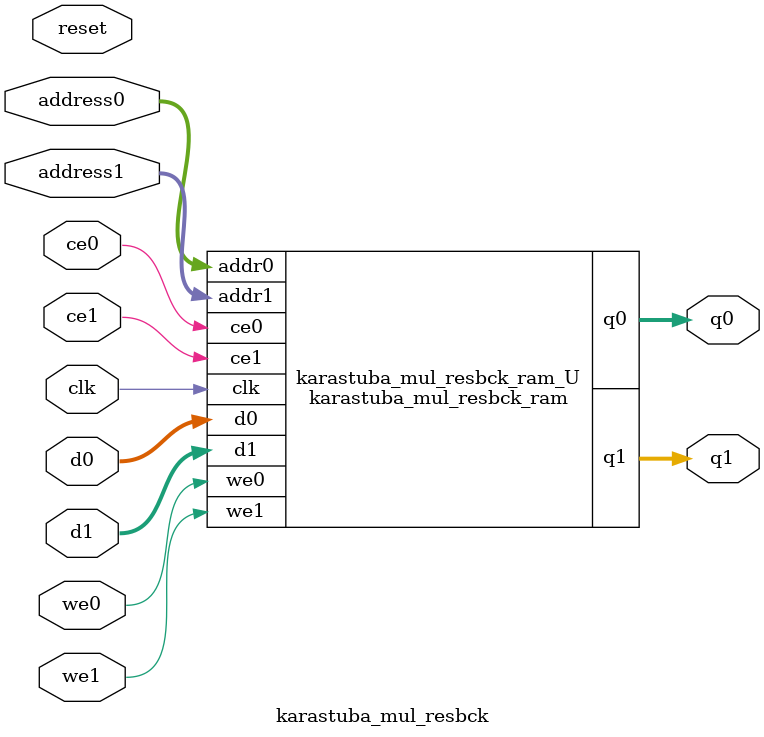
<source format=v>
`timescale 1 ns / 1 ps
module karastuba_mul_resbck_ram (addr0, ce0, d0, we0, q0, addr1, ce1, d1, we1, q1,  clk);

parameter DWIDTH = 32;
parameter AWIDTH = 8;
parameter MEM_SIZE = 256;

input[AWIDTH-1:0] addr0;
input ce0;
input[DWIDTH-1:0] d0;
input we0;
output reg[DWIDTH-1:0] q0;
input[AWIDTH-1:0] addr1;
input ce1;
input[DWIDTH-1:0] d1;
input we1;
output reg[DWIDTH-1:0] q1;
input clk;

(* ram_style = "block" *)reg [DWIDTH-1:0] ram[0:MEM_SIZE-1];




always @(posedge clk)  
begin 
    if (ce0) begin
        if (we0) 
            ram[addr0] <= d0; 
        q0 <= ram[addr0];
    end
end


always @(posedge clk)  
begin 
    if (ce1) begin
        if (we1) 
            ram[addr1] <= d1; 
        q1 <= ram[addr1];
    end
end


endmodule

`timescale 1 ns / 1 ps
module karastuba_mul_resbck(
    reset,
    clk,
    address0,
    ce0,
    we0,
    d0,
    q0,
    address1,
    ce1,
    we1,
    d1,
    q1);

parameter DataWidth = 32'd32;
parameter AddressRange = 32'd256;
parameter AddressWidth = 32'd8;
input reset;
input clk;
input[AddressWidth - 1:0] address0;
input ce0;
input we0;
input[DataWidth - 1:0] d0;
output[DataWidth - 1:0] q0;
input[AddressWidth - 1:0] address1;
input ce1;
input we1;
input[DataWidth - 1:0] d1;
output[DataWidth - 1:0] q1;



karastuba_mul_resbck_ram karastuba_mul_resbck_ram_U(
    .clk( clk ),
    .addr0( address0 ),
    .ce0( ce0 ),
    .we0( we0 ),
    .d0( d0 ),
    .q0( q0 ),
    .addr1( address1 ),
    .ce1( ce1 ),
    .we1( we1 ),
    .d1( d1 ),
    .q1( q1 ));

endmodule


</source>
